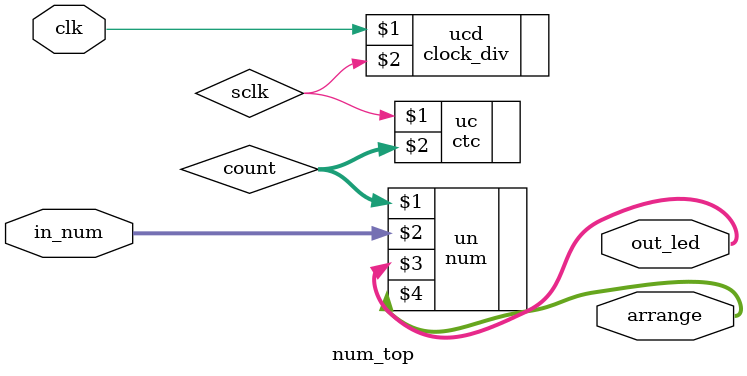
<source format=v>
module num_top(clk,in_num,out_led,arrange);
    input clk;
    input [15:0] in_num;
    wire [1:0] count;
    output [7:0] out_led;
    output [7:0] arrange;
    clock_div ucd(clk, sclk);
    ctc uc(sclk,count);
    num un(count, in_num, out_led, arrange);
endmodule
</source>
